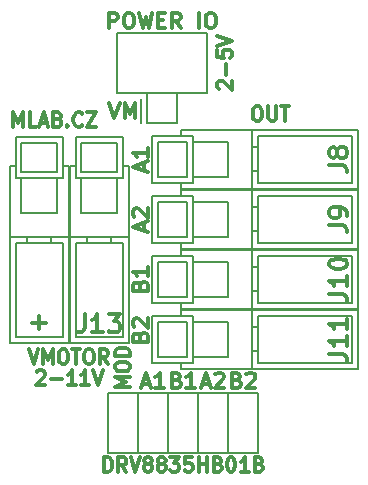
<source format=gbr>
G04 #@! TF.FileFunction,Legend,Top*
%FSLAX46Y46*%
G04 Gerber Fmt 4.6, Leading zero omitted, Abs format (unit mm)*
G04 Created by KiCad (PCBNEW (2015-05-13 BZR 5653)-product) date 7. 1. 2016 11:06:17*
%MOMM*%
G01*
G04 APERTURE LIST*
%ADD10C,0.300000*%
%ADD11C,0.200000*%
%ADD12C,0.150000*%
%ADD13C,0.304800*%
G04 APERTURE END LIST*
D10*
X18253143Y33388572D02*
X18196000Y33445715D01*
X18138857Y33560001D01*
X18138857Y33845715D01*
X18196000Y33960001D01*
X18253143Y34017144D01*
X18367429Y34074287D01*
X18481714Y34074287D01*
X18653143Y34017144D01*
X19338857Y33331430D01*
X19338857Y34074287D01*
X18881714Y34588572D02*
X18881714Y35502858D01*
X18138857Y36645715D02*
X18138857Y36074286D01*
X18710286Y36017143D01*
X18653143Y36074286D01*
X18596000Y36188572D01*
X18596000Y36474286D01*
X18653143Y36588572D01*
X18710286Y36645715D01*
X18824571Y36702858D01*
X19110286Y36702858D01*
X19224571Y36645715D01*
X19281714Y36588572D01*
X19338857Y36474286D01*
X19338857Y36188572D01*
X19281714Y36074286D01*
X19224571Y36017143D01*
X18138857Y37045715D02*
X19338857Y37445715D01*
X18138857Y37845715D01*
X11591143Y12427810D02*
X11653048Y12613524D01*
X11714952Y12675429D01*
X11838762Y12737334D01*
X12024476Y12737334D01*
X12148286Y12675429D01*
X12210190Y12613524D01*
X12272095Y12489715D01*
X12272095Y11994477D01*
X10972095Y11994477D01*
X10972095Y12427810D01*
X11034000Y12551620D01*
X11095905Y12613524D01*
X11219714Y12675429D01*
X11343524Y12675429D01*
X11467333Y12613524D01*
X11529238Y12551620D01*
X11591143Y12427810D01*
X11591143Y11994477D01*
X11095905Y13232572D02*
X11034000Y13294477D01*
X10972095Y13418286D01*
X10972095Y13727810D01*
X11034000Y13851620D01*
X11095905Y13913524D01*
X11219714Y13975429D01*
X11343524Y13975429D01*
X11529238Y13913524D01*
X12272095Y13170667D01*
X12272095Y13975429D01*
X11591143Y16745810D02*
X11653048Y16931524D01*
X11714952Y16993429D01*
X11838762Y17055334D01*
X12024476Y17055334D01*
X12148286Y16993429D01*
X12210190Y16931524D01*
X12272095Y16807715D01*
X12272095Y16312477D01*
X10972095Y16312477D01*
X10972095Y16745810D01*
X11034000Y16869620D01*
X11095905Y16931524D01*
X11219714Y16993429D01*
X11343524Y16993429D01*
X11467333Y16931524D01*
X11529238Y16869620D01*
X11591143Y16745810D01*
X11591143Y16312477D01*
X12272095Y18293429D02*
X12272095Y17550572D01*
X12272095Y17922001D02*
X10972095Y17922001D01*
X11157810Y17798191D01*
X11281619Y17674382D01*
X11343524Y17550572D01*
X11900667Y21423429D02*
X11900667Y22042477D01*
X12272095Y21299620D02*
X10972095Y21732953D01*
X12272095Y22166286D01*
X11095905Y22537715D02*
X11034000Y22599620D01*
X10972095Y22723429D01*
X10972095Y23032953D01*
X11034000Y23156763D01*
X11095905Y23218667D01*
X11219714Y23280572D01*
X11343524Y23280572D01*
X11529238Y23218667D01*
X12272095Y22475810D01*
X12272095Y23280572D01*
X11900667Y26503429D02*
X11900667Y27122477D01*
X12272095Y26379620D02*
X10972095Y26812953D01*
X12272095Y27246286D01*
X12272095Y28360572D02*
X12272095Y27617715D01*
X12272095Y27989144D02*
X10972095Y27989144D01*
X11157810Y27865334D01*
X11281619Y27741525D01*
X11343524Y27617715D01*
X21406000Y31899143D02*
X21634571Y31899143D01*
X21748857Y31842000D01*
X21863143Y31727714D01*
X21920285Y31499143D01*
X21920285Y31099143D01*
X21863143Y30870571D01*
X21748857Y30756286D01*
X21634571Y30699143D01*
X21406000Y30699143D01*
X21291714Y30756286D01*
X21177428Y30870571D01*
X21120285Y31099143D01*
X21120285Y31499143D01*
X21177428Y31727714D01*
X21291714Y31842000D01*
X21406000Y31899143D01*
X22434571Y31899143D02*
X22434571Y30927714D01*
X22491714Y30813429D01*
X22548857Y30756286D01*
X22663143Y30699143D01*
X22891714Y30699143D01*
X23006000Y30756286D01*
X23063143Y30813429D01*
X23120286Y30927714D01*
X23120286Y31899143D01*
X23520286Y31899143D02*
X24206000Y31899143D01*
X23863143Y30699143D02*
X23863143Y31899143D01*
X860857Y30191143D02*
X860857Y31391143D01*
X1260857Y30534000D01*
X1660857Y31391143D01*
X1660857Y30191143D01*
X2803715Y30191143D02*
X2232286Y30191143D01*
X2232286Y31391143D01*
X3146572Y30534000D02*
X3718001Y30534000D01*
X3032287Y30191143D02*
X3432287Y31391143D01*
X3832287Y30191143D01*
X4632286Y30819714D02*
X4803715Y30762571D01*
X4860858Y30705429D01*
X4918001Y30591143D01*
X4918001Y30419714D01*
X4860858Y30305429D01*
X4803715Y30248286D01*
X4689429Y30191143D01*
X4232286Y30191143D01*
X4232286Y31391143D01*
X4632286Y31391143D01*
X4746572Y31334000D01*
X4803715Y31276857D01*
X4860858Y31162571D01*
X4860858Y31048286D01*
X4803715Y30934000D01*
X4746572Y30876857D01*
X4632286Y30819714D01*
X4232286Y30819714D01*
X5432286Y30305429D02*
X5489429Y30248286D01*
X5432286Y30191143D01*
X5375143Y30248286D01*
X5432286Y30305429D01*
X5432286Y30191143D01*
X6689430Y30305429D02*
X6632287Y30248286D01*
X6460858Y30191143D01*
X6346572Y30191143D01*
X6175144Y30248286D01*
X6060858Y30362571D01*
X6003715Y30476857D01*
X5946572Y30705429D01*
X5946572Y30876857D01*
X6003715Y31105429D01*
X6060858Y31219714D01*
X6175144Y31334000D01*
X6346572Y31391143D01*
X6460858Y31391143D01*
X6632287Y31334000D01*
X6689430Y31276857D01*
X7089430Y31391143D02*
X7889430Y31391143D01*
X7089430Y30191143D01*
X7889430Y30191143D01*
X8554286Y981143D02*
X8554286Y2181143D01*
X8840001Y2181143D01*
X9011429Y2124000D01*
X9125715Y2009714D01*
X9182858Y1895429D01*
X9240001Y1666857D01*
X9240001Y1495429D01*
X9182858Y1266857D01*
X9125715Y1152571D01*
X9011429Y1038286D01*
X8840001Y981143D01*
X8554286Y981143D01*
X10440001Y981143D02*
X10040001Y1552571D01*
X9754286Y981143D02*
X9754286Y2181143D01*
X10211429Y2181143D01*
X10325715Y2124000D01*
X10382858Y2066857D01*
X10440001Y1952571D01*
X10440001Y1781143D01*
X10382858Y1666857D01*
X10325715Y1609714D01*
X10211429Y1552571D01*
X9754286Y1552571D01*
X10782858Y2181143D02*
X11182858Y981143D01*
X11582858Y2181143D01*
X12154286Y1666857D02*
X12040000Y1724000D01*
X11982857Y1781143D01*
X11925714Y1895429D01*
X11925714Y1952571D01*
X11982857Y2066857D01*
X12040000Y2124000D01*
X12154286Y2181143D01*
X12382857Y2181143D01*
X12497143Y2124000D01*
X12554286Y2066857D01*
X12611429Y1952571D01*
X12611429Y1895429D01*
X12554286Y1781143D01*
X12497143Y1724000D01*
X12382857Y1666857D01*
X12154286Y1666857D01*
X12040000Y1609714D01*
X11982857Y1552571D01*
X11925714Y1438286D01*
X11925714Y1209714D01*
X11982857Y1095429D01*
X12040000Y1038286D01*
X12154286Y981143D01*
X12382857Y981143D01*
X12497143Y1038286D01*
X12554286Y1095429D01*
X12611429Y1209714D01*
X12611429Y1438286D01*
X12554286Y1552571D01*
X12497143Y1609714D01*
X12382857Y1666857D01*
X13297143Y1666857D02*
X13182857Y1724000D01*
X13125714Y1781143D01*
X13068571Y1895429D01*
X13068571Y1952571D01*
X13125714Y2066857D01*
X13182857Y2124000D01*
X13297143Y2181143D01*
X13525714Y2181143D01*
X13640000Y2124000D01*
X13697143Y2066857D01*
X13754286Y1952571D01*
X13754286Y1895429D01*
X13697143Y1781143D01*
X13640000Y1724000D01*
X13525714Y1666857D01*
X13297143Y1666857D01*
X13182857Y1609714D01*
X13125714Y1552571D01*
X13068571Y1438286D01*
X13068571Y1209714D01*
X13125714Y1095429D01*
X13182857Y1038286D01*
X13297143Y981143D01*
X13525714Y981143D01*
X13640000Y1038286D01*
X13697143Y1095429D01*
X13754286Y1209714D01*
X13754286Y1438286D01*
X13697143Y1552571D01*
X13640000Y1609714D01*
X13525714Y1666857D01*
X14154286Y2181143D02*
X14897143Y2181143D01*
X14497143Y1724000D01*
X14668571Y1724000D01*
X14782857Y1666857D01*
X14840000Y1609714D01*
X14897143Y1495429D01*
X14897143Y1209714D01*
X14840000Y1095429D01*
X14782857Y1038286D01*
X14668571Y981143D01*
X14325714Y981143D01*
X14211428Y1038286D01*
X14154286Y1095429D01*
X15982857Y2181143D02*
X15411428Y2181143D01*
X15354285Y1609714D01*
X15411428Y1666857D01*
X15525714Y1724000D01*
X15811428Y1724000D01*
X15925714Y1666857D01*
X15982857Y1609714D01*
X16040000Y1495429D01*
X16040000Y1209714D01*
X15982857Y1095429D01*
X15925714Y1038286D01*
X15811428Y981143D01*
X15525714Y981143D01*
X15411428Y1038286D01*
X15354285Y1095429D01*
X16554285Y981143D02*
X16554285Y2181143D01*
X16554285Y1609714D02*
X17240000Y1609714D01*
X17240000Y981143D02*
X17240000Y2181143D01*
X18211428Y1609714D02*
X18382857Y1552571D01*
X18440000Y1495429D01*
X18497143Y1381143D01*
X18497143Y1209714D01*
X18440000Y1095429D01*
X18382857Y1038286D01*
X18268571Y981143D01*
X17811428Y981143D01*
X17811428Y2181143D01*
X18211428Y2181143D01*
X18325714Y2124000D01*
X18382857Y2066857D01*
X18440000Y1952571D01*
X18440000Y1838286D01*
X18382857Y1724000D01*
X18325714Y1666857D01*
X18211428Y1609714D01*
X17811428Y1609714D01*
X19240000Y2181143D02*
X19354285Y2181143D01*
X19468571Y2124000D01*
X19525714Y2066857D01*
X19582857Y1952571D01*
X19640000Y1724000D01*
X19640000Y1438286D01*
X19582857Y1209714D01*
X19525714Y1095429D01*
X19468571Y1038286D01*
X19354285Y981143D01*
X19240000Y981143D01*
X19125714Y1038286D01*
X19068571Y1095429D01*
X19011428Y1209714D01*
X18954285Y1438286D01*
X18954285Y1724000D01*
X19011428Y1952571D01*
X19068571Y2066857D01*
X19125714Y2124000D01*
X19240000Y2181143D01*
X20782857Y981143D02*
X20097142Y981143D01*
X20440000Y981143D02*
X20440000Y2181143D01*
X20325714Y2009714D01*
X20211428Y1895429D01*
X20097142Y1838286D01*
X21697142Y1609714D02*
X21868571Y1552571D01*
X21925714Y1495429D01*
X21982857Y1381143D01*
X21982857Y1209714D01*
X21925714Y1095429D01*
X21868571Y1038286D01*
X21754285Y981143D01*
X21297142Y981143D01*
X21297142Y2181143D01*
X21697142Y2181143D01*
X21811428Y2124000D01*
X21868571Y2066857D01*
X21925714Y1952571D01*
X21925714Y1838286D01*
X21868571Y1724000D01*
X21811428Y1666857D01*
X21697142Y1609714D01*
X21297142Y1609714D01*
X19793810Y8728857D02*
X19979524Y8666952D01*
X20041429Y8605048D01*
X20103334Y8481238D01*
X20103334Y8295524D01*
X20041429Y8171714D01*
X19979524Y8109810D01*
X19855715Y8047905D01*
X19360477Y8047905D01*
X19360477Y9347905D01*
X19793810Y9347905D01*
X19917620Y9286000D01*
X19979524Y9224095D01*
X20041429Y9100286D01*
X20041429Y8976476D01*
X19979524Y8852667D01*
X19917620Y8790762D01*
X19793810Y8728857D01*
X19360477Y8728857D01*
X20598572Y9224095D02*
X20660477Y9286000D01*
X20784286Y9347905D01*
X21093810Y9347905D01*
X21217620Y9286000D01*
X21279524Y9224095D01*
X21341429Y9100286D01*
X21341429Y8976476D01*
X21279524Y8790762D01*
X20536667Y8047905D01*
X21341429Y8047905D01*
X16851429Y8419333D02*
X17470477Y8419333D01*
X16727620Y8047905D02*
X17160953Y9347905D01*
X17594286Y8047905D01*
X17965715Y9224095D02*
X18027620Y9286000D01*
X18151429Y9347905D01*
X18460953Y9347905D01*
X18584763Y9286000D01*
X18646667Y9224095D01*
X18708572Y9100286D01*
X18708572Y8976476D01*
X18646667Y8790762D01*
X17903810Y8047905D01*
X18708572Y8047905D01*
X14713810Y8728857D02*
X14899524Y8666952D01*
X14961429Y8605048D01*
X15023334Y8481238D01*
X15023334Y8295524D01*
X14961429Y8171714D01*
X14899524Y8109810D01*
X14775715Y8047905D01*
X14280477Y8047905D01*
X14280477Y9347905D01*
X14713810Y9347905D01*
X14837620Y9286000D01*
X14899524Y9224095D01*
X14961429Y9100286D01*
X14961429Y8976476D01*
X14899524Y8852667D01*
X14837620Y8790762D01*
X14713810Y8728857D01*
X14280477Y8728857D01*
X16261429Y8047905D02*
X15518572Y8047905D01*
X15890001Y8047905D02*
X15890001Y9347905D01*
X15766191Y9162190D01*
X15642382Y9038381D01*
X15518572Y8976476D01*
X11771429Y8419333D02*
X12390477Y8419333D01*
X11647620Y8047905D02*
X12080953Y9347905D01*
X12514286Y8047905D01*
X13628572Y8047905D02*
X12885715Y8047905D01*
X13257144Y8047905D02*
X13257144Y9347905D01*
X13133334Y9162190D01*
X13009525Y9038381D01*
X12885715Y8976476D01*
X10702857Y8159714D02*
X9502857Y8159714D01*
X10360000Y8559714D01*
X9502857Y8959714D01*
X10702857Y8959714D01*
X9502857Y9759715D02*
X9502857Y9988286D01*
X9560000Y10102572D01*
X9674286Y10216858D01*
X9902857Y10274000D01*
X10302857Y10274000D01*
X10531429Y10216858D01*
X10645714Y10102572D01*
X10702857Y9988286D01*
X10702857Y9759715D01*
X10645714Y9645429D01*
X10531429Y9531143D01*
X10302857Y9474000D01*
X9902857Y9474000D01*
X9674286Y9531143D01*
X9560000Y9645429D01*
X9502857Y9759715D01*
X10702857Y10788286D02*
X9502857Y10788286D01*
X9502857Y11074001D01*
X9560000Y11245429D01*
X9674286Y11359715D01*
X9788571Y11416858D01*
X10017143Y11474001D01*
X10188571Y11474001D01*
X10417143Y11416858D01*
X10531429Y11359715D01*
X10645714Y11245429D01*
X10702857Y11074001D01*
X10702857Y10788286D01*
X2845143Y9432857D02*
X2902286Y9490000D01*
X3016572Y9547143D01*
X3302286Y9547143D01*
X3416572Y9490000D01*
X3473715Y9432857D01*
X3530858Y9318571D01*
X3530858Y9204286D01*
X3473715Y9032857D01*
X2788001Y8347143D01*
X3530858Y8347143D01*
X4045143Y8804286D02*
X4959429Y8804286D01*
X6159429Y8347143D02*
X5473714Y8347143D01*
X5816572Y8347143D02*
X5816572Y9547143D01*
X5702286Y9375714D01*
X5588000Y9261429D01*
X5473714Y9204286D01*
X7302286Y8347143D02*
X6616571Y8347143D01*
X6959429Y8347143D02*
X6959429Y9547143D01*
X6845143Y9375714D01*
X6730857Y9261429D01*
X6616571Y9204286D01*
X7645143Y9547143D02*
X8045143Y8347143D01*
X8445143Y9547143D01*
X2188000Y11325143D02*
X2588000Y10125143D01*
X2988000Y11325143D01*
X3387999Y10125143D02*
X3387999Y11325143D01*
X3787999Y10468000D01*
X4187999Y11325143D01*
X4187999Y10125143D01*
X4988000Y11325143D02*
X5216571Y11325143D01*
X5330857Y11268000D01*
X5445143Y11153714D01*
X5502285Y10925143D01*
X5502285Y10525143D01*
X5445143Y10296571D01*
X5330857Y10182286D01*
X5216571Y10125143D01*
X4988000Y10125143D01*
X4873714Y10182286D01*
X4759428Y10296571D01*
X4702285Y10525143D01*
X4702285Y10925143D01*
X4759428Y11153714D01*
X4873714Y11268000D01*
X4988000Y11325143D01*
X5845143Y11325143D02*
X6530857Y11325143D01*
X6188000Y10125143D02*
X6188000Y11325143D01*
X7159429Y11325143D02*
X7388000Y11325143D01*
X7502286Y11268000D01*
X7616572Y11153714D01*
X7673714Y10925143D01*
X7673714Y10525143D01*
X7616572Y10296571D01*
X7502286Y10182286D01*
X7388000Y10125143D01*
X7159429Y10125143D01*
X7045143Y10182286D01*
X6930857Y10296571D01*
X6873714Y10525143D01*
X6873714Y10925143D01*
X6930857Y11153714D01*
X7045143Y11268000D01*
X7159429Y11325143D01*
X8873715Y10125143D02*
X8473715Y10696571D01*
X8188000Y10125143D02*
X8188000Y11325143D01*
X8645143Y11325143D01*
X8759429Y11268000D01*
X8816572Y11210857D01*
X8873715Y11096571D01*
X8873715Y10925143D01*
X8816572Y10810857D01*
X8759429Y10753714D01*
X8645143Y10696571D01*
X8188000Y10696571D01*
X2476572Y13608857D02*
X3619429Y13608857D01*
X3048000Y13037429D02*
X3048000Y14180286D01*
D11*
X11684000Y32512000D02*
X11684000Y30480000D01*
D10*
X8983810Y32207905D02*
X9417143Y30907905D01*
X9850476Y32207905D01*
X10283810Y30907905D02*
X10283810Y32207905D01*
X10717143Y31279333D01*
X11150476Y32207905D01*
X11150476Y30907905D01*
X8973905Y38527905D02*
X8973905Y39827905D01*
X9469143Y39827905D01*
X9592952Y39766000D01*
X9654857Y39704095D01*
X9716762Y39580286D01*
X9716762Y39394571D01*
X9654857Y39270762D01*
X9592952Y39208857D01*
X9469143Y39146952D01*
X8973905Y39146952D01*
X10521524Y39827905D02*
X10769143Y39827905D01*
X10892952Y39766000D01*
X11016762Y39642190D01*
X11078667Y39394571D01*
X11078667Y38961238D01*
X11016762Y38713619D01*
X10892952Y38589810D01*
X10769143Y38527905D01*
X10521524Y38527905D01*
X10397714Y38589810D01*
X10273905Y38713619D01*
X10212000Y38961238D01*
X10212000Y39394571D01*
X10273905Y39642190D01*
X10397714Y39766000D01*
X10521524Y39827905D01*
X11512000Y39827905D02*
X11821524Y38527905D01*
X12069143Y39456476D01*
X12316762Y38527905D01*
X12626286Y39827905D01*
X13121524Y39208857D02*
X13554857Y39208857D01*
X13740571Y38527905D02*
X13121524Y38527905D01*
X13121524Y39827905D01*
X13740571Y39827905D01*
X15040571Y38527905D02*
X14607238Y39146952D01*
X14297714Y38527905D02*
X14297714Y39827905D01*
X14792952Y39827905D01*
X14916761Y39766000D01*
X14978666Y39704095D01*
X15040571Y39580286D01*
X15040571Y39394571D01*
X14978666Y39270762D01*
X14916761Y39208857D01*
X14792952Y39146952D01*
X14297714Y39146952D01*
X16588190Y38527905D02*
X16588190Y39827905D01*
X17454857Y39827905D02*
X17702476Y39827905D01*
X17826285Y39766000D01*
X17950095Y39642190D01*
X18012000Y39394571D01*
X18012000Y38961238D01*
X17950095Y38713619D01*
X17826285Y38589810D01*
X17702476Y38527905D01*
X17454857Y38527905D01*
X17331047Y38589810D01*
X17207238Y38713619D01*
X17145333Y38961238D01*
X17145333Y39394571D01*
X17207238Y39642190D01*
X17331047Y39766000D01*
X17454857Y39827905D01*
D12*
X9652000Y33020000D02*
X9652000Y38100000D01*
X9652000Y38100000D02*
X17272000Y38100000D01*
X17272000Y38100000D02*
X17272000Y33020000D01*
X17272000Y33020000D02*
X9652000Y33020000D01*
X11430000Y2540000D02*
X11430000Y7620000D01*
X11430000Y7620000D02*
X13970000Y7620000D01*
X13970000Y7620000D02*
X13970000Y2540000D01*
X13970000Y2540000D02*
X11430000Y2540000D01*
X16510000Y2540000D02*
X16510000Y7620000D01*
X16510000Y7620000D02*
X19050000Y7620000D01*
X19050000Y7620000D02*
X19050000Y2540000D01*
X19050000Y2540000D02*
X16510000Y2540000D01*
X13970000Y2540000D02*
X13970000Y7620000D01*
X13970000Y7620000D02*
X16510000Y7620000D01*
X16510000Y7620000D02*
X16510000Y2540000D01*
X16510000Y2540000D02*
X13970000Y2540000D01*
X19050000Y2540000D02*
X19050000Y7620000D01*
X19050000Y7620000D02*
X21590000Y7620000D01*
X21590000Y7620000D02*
X21590000Y2540000D01*
X21590000Y2540000D02*
X19050000Y2540000D01*
X11430000Y7620000D02*
X11430000Y2540000D01*
X11430000Y2540000D02*
X8890000Y2540000D01*
X8890000Y2540000D02*
X8890000Y7620000D01*
X8890000Y7620000D02*
X11430000Y7620000D01*
X15066000Y29932000D02*
X15066000Y29432000D01*
X15066000Y25432000D02*
X15066000Y24932000D01*
X21066000Y29932100D02*
X21066000Y24931900D01*
X30066000Y29932100D02*
X30066000Y24931900D01*
X13066000Y28933000D02*
X13066000Y25931000D01*
X15565900Y28933000D02*
X15565900Y25931000D01*
X12565900Y25432000D02*
X12565900Y29432000D01*
X16066000Y25432000D02*
X16066000Y29432000D01*
X19066000Y28932100D02*
X19066000Y25931900D01*
X21566100Y25432000D02*
X21566100Y29432000D01*
X29566100Y29432000D02*
X29566100Y25432000D01*
X21566100Y28432000D02*
X21066000Y28432000D01*
X15565900Y28932000D02*
X13066000Y28932000D01*
X16066000Y29432000D02*
X12565900Y29432000D01*
X21566100Y26432000D02*
X21066000Y26432000D01*
X15565900Y25932000D02*
X13066000Y25932000D01*
X16066000Y25432000D02*
X12565000Y25432000D01*
X19066000Y28932000D02*
X16066000Y28932000D01*
X29566100Y29432000D02*
X21566100Y29432000D01*
X21066000Y29932000D02*
X15066000Y29932000D01*
X19066000Y25932000D02*
X16066000Y25932000D01*
X29566100Y25432000D02*
X21566100Y25432000D01*
X21066000Y24932000D02*
X15066000Y24932000D01*
X21066000Y29932000D02*
X30066000Y29932000D01*
X30066000Y24932000D02*
X21066000Y24932000D01*
X15066000Y24852000D02*
X15066000Y24352000D01*
X15066000Y20352000D02*
X15066000Y19852000D01*
X21066000Y24852100D02*
X21066000Y19851900D01*
X30066000Y24852100D02*
X30066000Y19851900D01*
X13066000Y23853000D02*
X13066000Y20851000D01*
X15565900Y23853000D02*
X15565900Y20851000D01*
X12565900Y20352000D02*
X12565900Y24352000D01*
X16066000Y20352000D02*
X16066000Y24352000D01*
X19066000Y23852100D02*
X19066000Y20851900D01*
X21566100Y20352000D02*
X21566100Y24352000D01*
X29566100Y24352000D02*
X29566100Y20352000D01*
X21566100Y23352000D02*
X21066000Y23352000D01*
X15565900Y23852000D02*
X13066000Y23852000D01*
X16066000Y24352000D02*
X12565900Y24352000D01*
X21566100Y21352000D02*
X21066000Y21352000D01*
X15565900Y20852000D02*
X13066000Y20852000D01*
X16066000Y20352000D02*
X12565000Y20352000D01*
X19066000Y23852000D02*
X16066000Y23852000D01*
X29566100Y24352000D02*
X21566100Y24352000D01*
X21066000Y24852000D02*
X15066000Y24852000D01*
X19066000Y20852000D02*
X16066000Y20852000D01*
X29566100Y20352000D02*
X21566100Y20352000D01*
X21066000Y19852000D02*
X15066000Y19852000D01*
X21066000Y24852000D02*
X30066000Y24852000D01*
X30066000Y19852000D02*
X21066000Y19852000D01*
X15066000Y19772000D02*
X15066000Y19272000D01*
X15066000Y15272000D02*
X15066000Y14772000D01*
X21066000Y19772100D02*
X21066000Y14771900D01*
X30066000Y19772100D02*
X30066000Y14771900D01*
X13066000Y18773000D02*
X13066000Y15771000D01*
X15565900Y18773000D02*
X15565900Y15771000D01*
X12565900Y15272000D02*
X12565900Y19272000D01*
X16066000Y15272000D02*
X16066000Y19272000D01*
X19066000Y18772100D02*
X19066000Y15771900D01*
X21566100Y15272000D02*
X21566100Y19272000D01*
X29566100Y19272000D02*
X29566100Y15272000D01*
X21566100Y18272000D02*
X21066000Y18272000D01*
X15565900Y18772000D02*
X13066000Y18772000D01*
X16066000Y19272000D02*
X12565900Y19272000D01*
X21566100Y16272000D02*
X21066000Y16272000D01*
X15565900Y15772000D02*
X13066000Y15772000D01*
X16066000Y15272000D02*
X12565000Y15272000D01*
X19066000Y18772000D02*
X16066000Y18772000D01*
X29566100Y19272000D02*
X21566100Y19272000D01*
X21066000Y19772000D02*
X15066000Y19772000D01*
X19066000Y15772000D02*
X16066000Y15772000D01*
X29566100Y15272000D02*
X21566100Y15272000D01*
X21066000Y14772000D02*
X15066000Y14772000D01*
X21066000Y19772000D02*
X30066000Y19772000D01*
X30066000Y14772000D02*
X21066000Y14772000D01*
X15066000Y14692000D02*
X15066000Y14192000D01*
X15066000Y10192000D02*
X15066000Y9692000D01*
X21066000Y14692100D02*
X21066000Y9691900D01*
X30066000Y14692100D02*
X30066000Y9691900D01*
X13066000Y13693000D02*
X13066000Y10691000D01*
X15565900Y13693000D02*
X15565900Y10691000D01*
X12565900Y10192000D02*
X12565900Y14192000D01*
X16066000Y10192000D02*
X16066000Y14192000D01*
X19066000Y13692100D02*
X19066000Y10691900D01*
X21566100Y10192000D02*
X21566100Y14192000D01*
X29566100Y14192000D02*
X29566100Y10192000D01*
X21566100Y13192000D02*
X21066000Y13192000D01*
X15565900Y13692000D02*
X13066000Y13692000D01*
X16066000Y14192000D02*
X12565900Y14192000D01*
X21566100Y11192000D02*
X21066000Y11192000D01*
X15565900Y10692000D02*
X13066000Y10692000D01*
X16066000Y10192000D02*
X12565000Y10192000D01*
X19066000Y13692000D02*
X16066000Y13692000D01*
X29566100Y14192000D02*
X21566100Y14192000D01*
X21066000Y14692000D02*
X15066000Y14692000D01*
X19066000Y10692000D02*
X16066000Y10692000D01*
X29566100Y10192000D02*
X21566100Y10192000D01*
X21066000Y9692000D02*
X15066000Y9692000D01*
X21066000Y14692000D02*
X30066000Y14692000D01*
X30066000Y9692000D02*
X21066000Y9692000D01*
X5548000Y26844000D02*
X5048000Y26844000D01*
X1048000Y26844000D02*
X548000Y26844000D01*
X5548100Y20844000D02*
X547900Y20844000D01*
X5548100Y11844000D02*
X547900Y11844000D01*
X4549000Y28844000D02*
X1547000Y28844000D01*
X4549000Y26344100D02*
X1547000Y26344100D01*
X1048000Y29344100D02*
X5048000Y29344100D01*
X1048000Y25844000D02*
X5048000Y25844000D01*
X4548100Y22844000D02*
X1547900Y22844000D01*
X1048000Y20343900D02*
X5048000Y20343900D01*
X5048000Y12343900D02*
X1048000Y12343900D01*
X4048000Y20343900D02*
X4048000Y20844000D01*
X4548000Y26344100D02*
X4548000Y28844000D01*
X5048000Y25844000D02*
X5048000Y29344100D01*
X2048000Y20343900D02*
X2048000Y20844000D01*
X1548000Y26344100D02*
X1548000Y28844000D01*
X1048000Y25844000D02*
X1048000Y29345000D01*
X4548000Y22844000D02*
X4548000Y25844000D01*
X5048000Y12343900D02*
X5048000Y20343900D01*
X5548000Y20844000D02*
X5548000Y26844000D01*
X1548000Y22844000D02*
X1548000Y25844000D01*
X1048000Y12343900D02*
X1048000Y20343900D01*
X548000Y20844000D02*
X548000Y26844000D01*
X5548000Y20844000D02*
X5548000Y11844000D01*
X548000Y11844000D02*
X548000Y20844000D01*
X10628000Y26844000D02*
X10128000Y26844000D01*
X6128000Y26844000D02*
X5628000Y26844000D01*
X10628100Y20844000D02*
X5627900Y20844000D01*
X10628100Y11844000D02*
X5627900Y11844000D01*
X9629000Y28844000D02*
X6627000Y28844000D01*
X9629000Y26344100D02*
X6627000Y26344100D01*
X6128000Y29344100D02*
X10128000Y29344100D01*
X6128000Y25844000D02*
X10128000Y25844000D01*
X9628100Y22844000D02*
X6627900Y22844000D01*
X6128000Y20343900D02*
X10128000Y20343900D01*
X10128000Y12343900D02*
X6128000Y12343900D01*
X9128000Y20343900D02*
X9128000Y20844000D01*
X9628000Y26344100D02*
X9628000Y28844000D01*
X10128000Y25844000D02*
X10128000Y29344100D01*
X7128000Y20343900D02*
X7128000Y20844000D01*
X6628000Y26344100D02*
X6628000Y28844000D01*
X6128000Y25844000D02*
X6128000Y29345000D01*
X9628000Y22844000D02*
X9628000Y25844000D01*
X10128000Y12343900D02*
X10128000Y20343900D01*
X10628000Y20844000D02*
X10628000Y26844000D01*
X6628000Y22844000D02*
X6628000Y25844000D01*
X6128000Y12343900D02*
X6128000Y20343900D01*
X5628000Y20844000D02*
X5628000Y26844000D01*
X10628000Y20844000D02*
X10628000Y11844000D01*
X5628000Y11844000D02*
X5628000Y20844000D01*
X12192000Y33020000D02*
X14732000Y33020000D01*
X14732000Y33020000D02*
X14732000Y30480000D01*
X14732000Y30480000D02*
X12192000Y30480000D01*
X12192000Y30480000D02*
X12192000Y33020000D01*
D13*
X27613429Y26924000D02*
X28702000Y26924000D01*
X28919714Y26851428D01*
X29064857Y26706285D01*
X29137429Y26488571D01*
X29137429Y26343428D01*
X28266571Y27867428D02*
X28194000Y27722286D01*
X28121429Y27649714D01*
X27976286Y27577143D01*
X27903714Y27577143D01*
X27758571Y27649714D01*
X27686000Y27722286D01*
X27613429Y27867428D01*
X27613429Y28157714D01*
X27686000Y28302857D01*
X27758571Y28375428D01*
X27903714Y28448000D01*
X27976286Y28448000D01*
X28121429Y28375428D01*
X28194000Y28302857D01*
X28266571Y28157714D01*
X28266571Y27867428D01*
X28339143Y27722286D01*
X28411714Y27649714D01*
X28556857Y27577143D01*
X28847143Y27577143D01*
X28992286Y27649714D01*
X29064857Y27722286D01*
X29137429Y27867428D01*
X29137429Y28157714D01*
X29064857Y28302857D01*
X28992286Y28375428D01*
X28847143Y28448000D01*
X28556857Y28448000D01*
X28411714Y28375428D01*
X28339143Y28302857D01*
X28266571Y28157714D01*
X27613429Y21844000D02*
X28702000Y21844000D01*
X28919714Y21771428D01*
X29064857Y21626285D01*
X29137429Y21408571D01*
X29137429Y21263428D01*
X29137429Y22642286D02*
X29137429Y22932571D01*
X29064857Y23077714D01*
X28992286Y23150286D01*
X28774571Y23295428D01*
X28484286Y23368000D01*
X27903714Y23368000D01*
X27758571Y23295428D01*
X27686000Y23222857D01*
X27613429Y23077714D01*
X27613429Y22787428D01*
X27686000Y22642286D01*
X27758571Y22569714D01*
X27903714Y22497143D01*
X28266571Y22497143D01*
X28411714Y22569714D01*
X28484286Y22642286D01*
X28556857Y22787428D01*
X28556857Y23077714D01*
X28484286Y23222857D01*
X28411714Y23295428D01*
X28266571Y23368000D01*
X27613429Y16038286D02*
X28702000Y16038286D01*
X28919714Y15965714D01*
X29064857Y15820571D01*
X29137429Y15602857D01*
X29137429Y15457714D01*
X29137429Y17562286D02*
X29137429Y16691429D01*
X29137429Y17126857D02*
X27613429Y17126857D01*
X27831143Y16981714D01*
X27976286Y16836572D01*
X28048857Y16691429D01*
X27613429Y18505715D02*
X27613429Y18650858D01*
X27686000Y18796001D01*
X27758571Y18868572D01*
X27903714Y18941143D01*
X28194000Y19013715D01*
X28556857Y19013715D01*
X28847143Y18941143D01*
X28992286Y18868572D01*
X29064857Y18796001D01*
X29137429Y18650858D01*
X29137429Y18505715D01*
X29064857Y18360572D01*
X28992286Y18288001D01*
X28847143Y18215429D01*
X28556857Y18142858D01*
X28194000Y18142858D01*
X27903714Y18215429D01*
X27758571Y18288001D01*
X27686000Y18360572D01*
X27613429Y18505715D01*
X27613429Y10958286D02*
X28702000Y10958286D01*
X28919714Y10885714D01*
X29064857Y10740571D01*
X29137429Y10522857D01*
X29137429Y10377714D01*
X29137429Y12482286D02*
X29137429Y11611429D01*
X29137429Y12046857D02*
X27613429Y12046857D01*
X27831143Y11901714D01*
X27976286Y11756572D01*
X28048857Y11611429D01*
X29137429Y13933715D02*
X29137429Y13062858D01*
X29137429Y13498286D02*
X27613429Y13498286D01*
X27831143Y13353143D01*
X27976286Y13208001D01*
X28048857Y13062858D01*
X6894286Y14296571D02*
X6894286Y13208000D01*
X6821714Y12990286D01*
X6676571Y12845143D01*
X6458857Y12772571D01*
X6313714Y12772571D01*
X8418286Y12772571D02*
X7547429Y12772571D01*
X7982857Y12772571D02*
X7982857Y14296571D01*
X7837714Y14078857D01*
X7692572Y13933714D01*
X7547429Y13861143D01*
X8926286Y14296571D02*
X9869715Y14296571D01*
X9361715Y13716000D01*
X9579429Y13716000D01*
X9724572Y13643429D01*
X9797143Y13570857D01*
X9869715Y13425714D01*
X9869715Y13062857D01*
X9797143Y12917714D01*
X9724572Y12845143D01*
X9579429Y12772571D01*
X9144001Y12772571D01*
X8998858Y12845143D01*
X8926286Y12917714D01*
M02*

</source>
